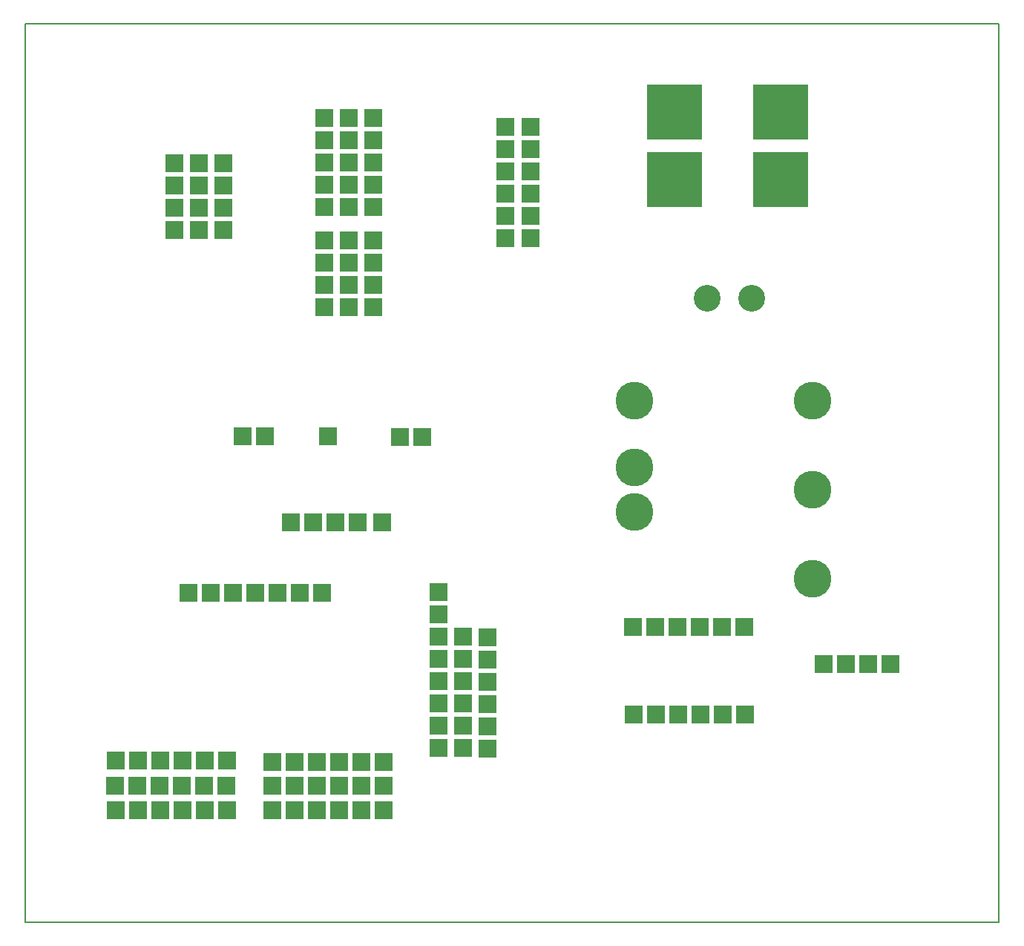
<source format=gbr>
G04 PROTEUS RS274X GERBER FILE*
%FSLAX45Y45*%
%MOMM*%
G01*
%ADD10R,2.032000X2.032000*%
%ADD11R,6.350000X6.350000*%
%ADD12C,3.048000*%
%ADD13C,4.318000*%
%ADD14C,0.203200*%
%TD.AperFunction*%
D10*
X-9201000Y-1468300D03*
X-8947000Y-1468300D03*
X-8693000Y-1468300D03*
X-8439000Y-1468300D03*
X-8185000Y-1468300D03*
X-7931000Y-1468300D03*
X-9206880Y-1186360D03*
X-8952880Y-1186360D03*
X-8698880Y-1186360D03*
X-8444880Y-1186360D03*
X-8190880Y-1186360D03*
X-7936880Y-1186360D03*
X-9201000Y-901880D03*
X-8947000Y-901880D03*
X-8693000Y-901880D03*
X-8439000Y-901880D03*
X-8185000Y-901880D03*
X-7931000Y-901880D03*
X-7413000Y-1468300D03*
X-7159000Y-1468300D03*
X-6905000Y-1468300D03*
X-6651000Y-1468300D03*
X-6397000Y-1468300D03*
X-6143000Y-1468300D03*
X-7413000Y-1191440D03*
X-7159000Y-1191440D03*
X-6905000Y-1191440D03*
X-6651000Y-1191440D03*
X-6397000Y-1191440D03*
X-6143000Y-1191440D03*
X-7413000Y-914580D03*
X-7159000Y-914580D03*
X-6905000Y-914580D03*
X-6651000Y-914580D03*
X-6397000Y-914580D03*
X-6143000Y-914580D03*
X-5236220Y-759640D03*
X-5236220Y-505640D03*
X-5236220Y-251640D03*
X-5236220Y+2360D03*
X-5236220Y+256360D03*
X-5236220Y+510360D03*
X-8369480Y+1015820D03*
X-8115480Y+1015820D03*
X-7861480Y+1015820D03*
X-7607480Y+1015820D03*
X-7353480Y+1015820D03*
X-7099480Y+1015820D03*
X-6845480Y+1015820D03*
X-4956820Y-762180D03*
X-4956820Y-508180D03*
X-4956820Y-254180D03*
X-4956820Y-180D03*
X-4956820Y+253820D03*
X-4956820Y+507820D03*
X-5513080Y-757100D03*
X-5513080Y-503100D03*
X-5513080Y-249100D03*
X-5513080Y+4900D03*
X-5513080Y+258900D03*
X-5513080Y+512900D03*
X-5513080Y+766900D03*
X-5513080Y+1020900D03*
X-8528340Y+5913620D03*
X-8528340Y+5659620D03*
X-8528340Y+5405620D03*
X-8528340Y+5151620D03*
X-8248340Y+5913620D03*
X-8248340Y+5659620D03*
X-8248340Y+5405620D03*
X-8248340Y+5151620D03*
X-7968340Y+5913620D03*
X-7968340Y+5659620D03*
X-7968340Y+5405620D03*
X-7968340Y+5151620D03*
X-6818340Y+5035620D03*
X-6818340Y+4781620D03*
X-6818340Y+4527620D03*
X-6818340Y+4273620D03*
X-6538340Y+5035620D03*
X-6538340Y+4781620D03*
X-6538340Y+4527620D03*
X-6538340Y+4273620D03*
X-6263280Y+5037760D03*
X-6263280Y+4783760D03*
X-6263280Y+4529760D03*
X-6263280Y+4275760D03*
X-6817000Y+5417760D03*
X-6817000Y+5671760D03*
X-6817000Y+5925760D03*
X-6817000Y+6179760D03*
X-6817000Y+6433760D03*
X-6540140Y+5417760D03*
X-6540140Y+5671760D03*
X-6540140Y+5925760D03*
X-6540140Y+6179760D03*
X-6540140Y+6433760D03*
X-6263280Y+5417760D03*
X-6263280Y+5671760D03*
X-6263280Y+5925760D03*
X-6263280Y+6179760D03*
X-6263280Y+6433760D03*
X-4463080Y+6329760D03*
X-4463080Y+6075760D03*
X-4463080Y+5821760D03*
X-4463080Y+5567760D03*
X-4463080Y+5313760D03*
X-4463080Y+5059760D03*
X-4750100Y+6327220D03*
X-4750100Y+6073220D03*
X-4750100Y+5819220D03*
X-4750100Y+5565220D03*
X-4750100Y+5311220D03*
X-4750100Y+5057220D03*
X-5703900Y+2790740D03*
X-5957900Y+2790740D03*
D11*
X-2819460Y+5732580D03*
X-2819460Y+6502580D03*
D10*
X-7747000Y+2798619D03*
X-7493000Y+2798619D03*
D11*
X-1607420Y+5729940D03*
X-1607420Y+6499940D03*
D10*
X-3293380Y+619460D03*
X-3039380Y+619460D03*
X-2785380Y+619460D03*
X-2531380Y+619460D03*
X-2277380Y+619460D03*
X-2023380Y+619460D03*
X-3290840Y-375700D03*
X-3036840Y-375700D03*
X-2782840Y-375700D03*
X-2528840Y-375700D03*
X-2274840Y-375700D03*
X-2020840Y-375700D03*
X-362000Y+197641D03*
X-616000Y+197641D03*
X-870000Y+197641D03*
X-1124000Y+197641D03*
X-7198000Y+1813140D03*
X-6944000Y+1813140D03*
X-6690000Y+1813140D03*
X-6436000Y+1813140D03*
X-6777819Y+2797639D03*
X-6159600Y+1815200D03*
D12*
X-2448000Y+4377641D03*
X-1940000Y+4377641D03*
D13*
X-3278340Y+3203620D03*
X-3278340Y+2441620D03*
X-3278340Y+1933620D03*
X-1246340Y+1171620D03*
X-1246340Y+2187620D03*
X-1246340Y+3203620D03*
D14*
X-10230000Y-2750000D02*
X+880000Y-2750000D01*
X+880000Y+7510000D01*
X-10230000Y+7510000D01*
X-10230000Y-2750000D01*
M02*

</source>
